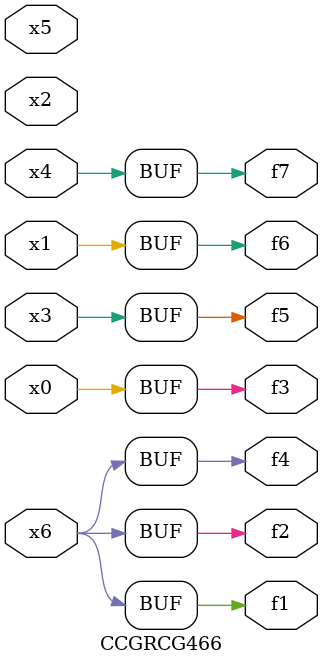
<source format=v>
module CCGRCG466(
	input x0, x1, x2, x3, x4, x5, x6,
	output f1, f2, f3, f4, f5, f6, f7
);
	assign f1 = x6;
	assign f2 = x6;
	assign f3 = x0;
	assign f4 = x6;
	assign f5 = x3;
	assign f6 = x1;
	assign f7 = x4;
endmodule

</source>
